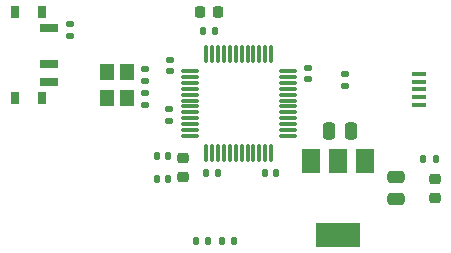
<source format=gbr>
%TF.GenerationSoftware,KiCad,Pcbnew,(6.0.9)*%
%TF.CreationDate,2022-12-17T23:29:56-06:00*%
%TF.ProjectId,STM32_Bluepill,53544d33-325f-4426-9c75-6570696c6c2e,A*%
%TF.SameCoordinates,Original*%
%TF.FileFunction,Paste,Top*%
%TF.FilePolarity,Positive*%
%FSLAX46Y46*%
G04 Gerber Fmt 4.6, Leading zero omitted, Abs format (unit mm)*
G04 Created by KiCad (PCBNEW (6.0.9)) date 2022-12-17 23:29:56*
%MOMM*%
%LPD*%
G01*
G04 APERTURE LIST*
G04 Aperture macros list*
%AMRoundRect*
0 Rectangle with rounded corners*
0 $1 Rounding radius*
0 $2 $3 $4 $5 $6 $7 $8 $9 X,Y pos of 4 corners*
0 Add a 4 corners polygon primitive as box body*
4,1,4,$2,$3,$4,$5,$6,$7,$8,$9,$2,$3,0*
0 Add four circle primitives for the rounded corners*
1,1,$1+$1,$2,$3*
1,1,$1+$1,$4,$5*
1,1,$1+$1,$6,$7*
1,1,$1+$1,$8,$9*
0 Add four rect primitives between the rounded corners*
20,1,$1+$1,$2,$3,$4,$5,0*
20,1,$1+$1,$4,$5,$6,$7,0*
20,1,$1+$1,$6,$7,$8,$9,0*
20,1,$1+$1,$8,$9,$2,$3,0*%
G04 Aperture macros list end*
%ADD10RoundRect,0.075000X-0.662500X-0.075000X0.662500X-0.075000X0.662500X0.075000X-0.662500X0.075000X0*%
%ADD11RoundRect,0.075000X-0.075000X-0.662500X0.075000X-0.662500X0.075000X0.662500X-0.075000X0.662500X0*%
%ADD12RoundRect,0.135000X0.135000X0.185000X-0.135000X0.185000X-0.135000X-0.185000X0.135000X-0.185000X0*%
%ADD13R,1.300000X0.450000*%
%ADD14RoundRect,0.140000X0.170000X-0.140000X0.170000X0.140000X-0.170000X0.140000X-0.170000X-0.140000X0*%
%ADD15R,0.800000X1.000000*%
%ADD16R,1.500000X0.700000*%
%ADD17RoundRect,0.250000X0.475000X-0.250000X0.475000X0.250000X-0.475000X0.250000X-0.475000X-0.250000X0*%
%ADD18RoundRect,0.140000X0.140000X0.170000X-0.140000X0.170000X-0.140000X-0.170000X0.140000X-0.170000X0*%
%ADD19R,1.500000X2.000000*%
%ADD20R,3.800000X2.000000*%
%ADD21RoundRect,0.225000X-0.225000X-0.250000X0.225000X-0.250000X0.225000X0.250000X-0.225000X0.250000X0*%
%ADD22RoundRect,0.140000X-0.170000X0.140000X-0.170000X-0.140000X0.170000X-0.140000X0.170000X0.140000X0*%
%ADD23RoundRect,0.218750X-0.256250X0.218750X-0.256250X-0.218750X0.256250X-0.218750X0.256250X0.218750X0*%
%ADD24R,1.200000X1.400000*%
%ADD25RoundRect,0.140000X-0.140000X-0.170000X0.140000X-0.170000X0.140000X0.170000X-0.140000X0.170000X0*%
%ADD26RoundRect,0.135000X0.185000X-0.135000X0.185000X0.135000X-0.185000X0.135000X-0.185000X-0.135000X0*%
%ADD27RoundRect,0.135000X-0.185000X0.135000X-0.185000X-0.135000X0.185000X-0.135000X0.185000X0.135000X0*%
%ADD28RoundRect,0.250000X-0.250000X-0.475000X0.250000X-0.475000X0.250000X0.475000X-0.250000X0.475000X0*%
%ADD29RoundRect,0.135000X-0.135000X-0.185000X0.135000X-0.185000X0.135000X0.185000X-0.135000X0.185000X0*%
G04 APERTURE END LIST*
D10*
%TO.C,U1*%
X175137500Y-88850000D03*
X175137500Y-89350000D03*
X175137500Y-89850000D03*
X175137500Y-90350000D03*
X175137500Y-90850000D03*
X175137500Y-91350000D03*
X175137500Y-91850000D03*
X175137500Y-92350000D03*
X175137500Y-92850000D03*
X175137500Y-93350000D03*
X175137500Y-93850000D03*
X175137500Y-94350000D03*
D11*
X176550000Y-95762500D03*
X177050000Y-95762500D03*
X177550000Y-95762500D03*
X178050000Y-95762500D03*
X178550000Y-95762500D03*
X179050000Y-95762500D03*
X179550000Y-95762500D03*
X180050000Y-95762500D03*
X180550000Y-95762500D03*
X181050000Y-95762500D03*
X181550000Y-95762500D03*
X182050000Y-95762500D03*
D10*
X183462500Y-94350000D03*
X183462500Y-93850000D03*
X183462500Y-93350000D03*
X183462500Y-92850000D03*
X183462500Y-92350000D03*
X183462500Y-91850000D03*
X183462500Y-91350000D03*
X183462500Y-90850000D03*
X183462500Y-90350000D03*
X183462500Y-89850000D03*
X183462500Y-89350000D03*
X183462500Y-88850000D03*
D11*
X182050000Y-87437500D03*
X181550000Y-87437500D03*
X181050000Y-87437500D03*
X180550000Y-87437500D03*
X180050000Y-87437500D03*
X179550000Y-87437500D03*
X179050000Y-87437500D03*
X178550000Y-87437500D03*
X178050000Y-87437500D03*
X177550000Y-87437500D03*
X177050000Y-87437500D03*
X176550000Y-87437500D03*
%TD*%
D12*
%TO.C,R5*%
X195963000Y-96266000D03*
X194943000Y-96266000D03*
%TD*%
D13*
%TO.C,J1*%
X194600000Y-91700000D03*
X194600000Y-91050000D03*
X194600000Y-90400000D03*
X194600000Y-89750000D03*
X194600000Y-89100000D03*
%TD*%
D14*
%TO.C,C2*%
X173483000Y-88854000D03*
X173483000Y-87894000D03*
%TD*%
D15*
%TO.C,SW_1*%
X160400000Y-83850000D03*
X162610000Y-83850000D03*
X160400000Y-91150000D03*
X162610000Y-91150000D03*
D16*
X163260000Y-85250000D03*
X163260000Y-88250000D03*
X163260000Y-89750000D03*
%TD*%
D17*
%TO.C,C13*%
X192600000Y-99700000D03*
X192600000Y-97800000D03*
%TD*%
D18*
%TO.C,C7*%
X173303000Y-96045000D03*
X172343000Y-96045000D03*
%TD*%
%TO.C,C8*%
X173303000Y-98024000D03*
X172343000Y-98024000D03*
%TD*%
D14*
%TO.C,C10*%
X171400000Y-89669000D03*
X171400000Y-88709000D03*
%TD*%
D19*
%TO.C,U2*%
X190000000Y-96450000D03*
X187700000Y-96450000D03*
D20*
X187700000Y-102750000D03*
D19*
X185400000Y-96450000D03*
%TD*%
D21*
%TO.C,C1*%
X176008000Y-83874000D03*
X177558000Y-83874000D03*
%TD*%
D22*
%TO.C,C4*%
X185183000Y-88594000D03*
X185183000Y-89554000D03*
%TD*%
D23*
%TO.C,FB1*%
X174621000Y-96236500D03*
X174621000Y-97811500D03*
%TD*%
D12*
%TO.C,R3*%
X176710000Y-103260000D03*
X175690000Y-103260000D03*
%TD*%
D24*
%TO.C,Y1*%
X168176000Y-88900000D03*
X168176000Y-91100000D03*
X169876000Y-91100000D03*
X169876000Y-88900000D03*
%TD*%
D25*
%TO.C,C5*%
X176303000Y-85474000D03*
X177263000Y-85474000D03*
%TD*%
D14*
%TO.C,C6*%
X173383000Y-93054000D03*
X173383000Y-92094000D03*
%TD*%
D25*
%TO.C,C9*%
X176553000Y-97524000D03*
X177513000Y-97524000D03*
%TD*%
D26*
%TO.C,R1*%
X165049200Y-85854000D03*
X165049200Y-84834000D03*
%TD*%
D14*
%TO.C,C11*%
X171400000Y-91707000D03*
X171400000Y-90747000D03*
%TD*%
D27*
%TO.C,R2*%
X188300000Y-89080000D03*
X188300000Y-90100000D03*
%TD*%
D28*
%TO.C,C12*%
X186950000Y-93900000D03*
X188850000Y-93900000D03*
%TD*%
D23*
%TO.C,D1*%
X195900000Y-98025000D03*
X195900000Y-99600000D03*
%TD*%
D18*
%TO.C,C3*%
X182500000Y-97524000D03*
X181540000Y-97524000D03*
%TD*%
D29*
%TO.C,R4*%
X177890000Y-103260000D03*
X178910000Y-103260000D03*
%TD*%
M02*

</source>
